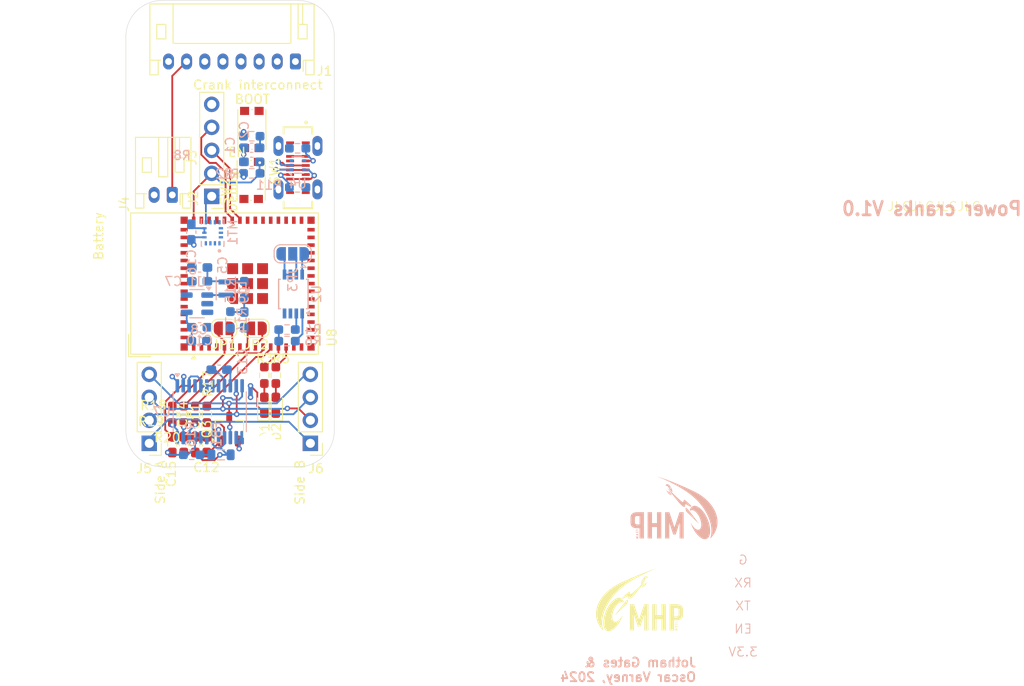
<source format=kicad_pcb>
(kicad_pcb (version 20240108) (generator "pcbnew") (generator_version "8.0")
  (title_block (title "Cycling power meter FYP") (date "2024-05-14") (rev "V1.0") (company "Monash Human Power - Jotham Gates & Oscar Varney") (comment 1 "Layer: ${LAYER}"))
  (layers (0 "F.Cu" signal) (1 "In1.Cu" signal) (2 "In2.Cu" signal) (31 "B.Cu" signal) (34 "B.Paste" user) (35 "F.Paste" user) (36 "B.SilkS" user "B.Silkscreen") (37 "F.SilkS" user "F.Silkscreen") (38 "B.Mask" user) (39 "F.Mask" user) (44 "Edge.Cuts" user))
  (net 0 "")
  (net 1 "/BOOT")
  (net 2 "Net-(U1-SW)")
  (net 4 "+3.3V")
  (net 5 "Net-(D1-A)")
  (net 6 "Net-(D2-A)")
  (net 7 "/UART.TX")
  (net 8 "/UART.RX")
  (net 9 "+3.3VA")
  (net 10 "GNDA")
  (net 11 "/AMP2.DOUT")
  (net 12 "/I2C.SCL")
  (net 13 "+BATT")
  (net 14 "/I2C.SDA")
  (net 15 "/AMP_PWDN")
  (net 16 "/AMP2.SCLK")
  (net 17 "/AMP1.DOUT")
  (net 18 "/AMP1.SCLK")
  (net 19 "/LED1")
  (net 20 "/LED2")
  (net 21 "/USB and power supply/Battery voltage")
  (net 23 "/EN")
  (net 25 "Net-(J3-CC2)")
  (net 27 "Net-(J3-CC1)")
  (net 29 "Net-(JP3-C)")
  (net 31 "/Accelerometer/SPI.SDI")
  (net 32 "+5V")
  (net 33 "/Accelerometer/SPI.SDO")
  (net 34 "/Accelerometer/SPI.SCLK")
  (net 38 "/Accelerometer/SPI.AC_CS")
  (net 39 "/Accelerometer/Interrupt")
  (net 40 "Net-(Q3-G)")
  (net 48 "Net-(FB1-Pad1)")
  (net 50 "/Power save")
  (net 58 "GNDD")
  (net 59 "Net-(U7-~{DRDY}{slash}DOUT)")
  (net 60 "Net-(U7-~{PWDN})")
  (net 61 "Net-(U7-SCLK)")
  (net 62 "/Strain gauge amplifier/GB")
  (net 63 "/Strain gauge amplifier/GA")
  (net 64 "/Strain gauge amplifier/GN")
  (net 66 "Net-(C13-Pad2)")
  (net 67 "Net-(C13-Pad1)")
  (net 71 "/USB and power supply/USB.D_P")
  (net 72 "/USB and power supply/USB.D_N")
  (footprint "Connector_PinHeader_2.54mm:PinHeader_1x04_P2.54mm_Vertical" (layer "F.Cu") (at 59.598 96.028 180)
    (property "Reference" "J5")
    (property "Value" "Side A")
  )
  (footprint "MountingHole:MountingHole_2.2mm_M2" (layer "F.Cu") (at 59.852 57.928)
    (property "Reference" "H2" (hide yes))
    (property "Value" "MountingHole" (hide yes))
  )
  (footprint "Capacitor_SMD:C_0603_1608Metric_Pad1.08x0.95mm_HandSolder" (layer "F.Cu") (at 64.678 96.1815 90)
    (property "Reference" "C11")
    (property "Value" "10u")
  )
  (footprint "Package_TO_SOT_SMD:TSOT-23" (layer "F.Cu") (at 68.422 94.464 90)
    (property "Reference" "Q3")
    (property "Value" "AS2302")
  )
  (footprint "Connector_JST:JST_PH_S8B-PH-K_1x08_P2.00mm_Horizontal" (layer "F.Cu") (at 75.726 53.864 180)
    (property "Reference" "J1")
    (property "Value" "Crank interconnect")
  )
  (footprint "Capacitor_SMD:C_0603_1608Metric_Pad1.08x0.95mm_HandSolder" (layer "F.Cu") (at 65.948 96.1815 90)
    (property "Reference" "C12")
    (property "Value" "0.1u")
  )
  (footprint "Resistor_SMD:R_0603_1608Metric_Pad0.98x0.95mm_HandSolder" (layer "F.Cu") (at 65.948 92.8295 -90)
    (property "Reference" "R17")
    (property "Value" "470")
  )
  (footprint "LED_SMD:LED_0603_1608Metric_Pad1.05x0.95mm_HandSolder" (layer "F.Cu") (at 73.568 91.823 90)
    (property "Reference" "D2")
    (property "Value" "LED")
  )
  (footprint "Connector_PinHeader_2.54mm:PinHeader_1x04_P2.54mm_Vertical" (layer "F.Cu") (at 77.378 96.028 180)
    (property "Reference" "J6")
    (property "Value" "Side B")
  )
  (footprint "Jumper:SolderJumper-2_P1.3mm_Open_RoundedPad1.0x1.5mm" (layer "F.Cu") (at 71.424 83.328 180)
    (property "Reference" "JP2")
    (property "Value" "SCLK connect")
  )
  (footprint "LOGO" (layer "F.Cu") (at 113.7 113.3)
    (property "Reference" "G***" (hide yes))
    (property "Value" "LOGO" (hide yes))
  )
  (footprint "USB4120:GCT_USB4120-03-C_REVA" (layer "F.Cu") (at 76.005 65.592 -90)
    (property "Reference" "J3")
    (property "Value" "USB4120-03-C_REVA" (hide yes))
    (fp_line (start 3.85 0.26) (end 3.65 0.26) (stroke (width 0.01)) (layer "Edge.Cuts"))
    (fp_line (start 3.65 -0.26) (end 3.85 -0.26) (stroke (width 0.01)) (layer "Edge.Cuts"))
    (fp_arc (start 3.65 0.26) (mid 3.466152 0.183848) (end 3.39 0) (stroke (width 0.01)) (layer "Edge.Cuts"))
    (fp_arc (start 3.39 0) (mid 3.466152 -0.183848) (end 3.65 -0.26) (stroke (width 0.01)) (layer "Edge.Cuts"))
    (fp_arc (start 4.11 0) (mid 4.033848 0.183848) (end 3.85 0.26) (stroke (width 0.01)) (layer "Edge.Cuts"))
    (fp_arc (start 3.85 -0.26) (mid 4.033848 -0.183848) (end 4.11 0) (stroke (width 0.01)) (layer "Edge.Cuts"))
  )
  (footprint "Button_Switch_SMD:SW_Push_1P1T_NO_CK_KMR2" (layer "F.Cu") (at 70.9195 61.37 90)
    (property "Reference" "SW2")
    (property "Value" "BOOT")
  )
  (footprint "LED_SMD:LED_0603_1608Metric_Pad1.05x0.95mm_HandSolder" (layer "F.Cu") (at 72.298 91.823 90)
    (property "Reference" "D1")
    (property "Value" "LED")
  )
  (footprint "Resistor_SMD:R_0603_1608Metric_Pad0.98x0.95mm_HandSolder" (layer "F.Cu") (at 64.678 92.8295 90)
    (property "Reference" "R20")
    (property "Value" "47")
  )
  (footprint "MountingHole:MountingHole_2.2mm_M2" (layer "F.Cu") (at 76.362 57.928)
    (property "Reference" "H1" (hide yes))
    (property "Value" "MountingHole" (hide yes))
  )
  (footprint "Resistor_SMD:R_0603_1608Metric_Pad0.98x0.95mm_HandSolder" (layer "F.Cu") (at 73.568 88.5115 -90)
    (property "Reference" "R5")
    (property "Value" "150")
  )
  (footprint "Button_Switch_SMD:SW_Push_1P1T_NO_CK_KMR2" (layer "F.Cu") (at 70.845 66.994 90)
    (property "Reference" "SW1")
    (property "Value" "EN")
  )
  (footprint "Connector_PinHeader_2.54mm:PinHeader_1x05_P2.54mm_Vertical" (layer "F.Cu") (at 66.489 68.754 180)
    (property "Reference" "J2")
    (property "Value" "Debug")
  )
  (footprint "Resistor_SMD:R_0603_1608Metric_Pad0.98x0.95mm_HandSolder" (layer "F.Cu") (at 72.298 88.5115 -90)
    (property "Reference" "R3")
    (property "Value" "150")
  )
  (footprint "Capacitor_SMD:C_0603_1608Metric_Pad1.08x0.95mm_HandSolder" (layer "F.Cu") (at 62.138 96.1815 90)
    (property "Reference" "C15")
    (property "Value" "0.1u")
  )
  (footprint "RF_Module:ESP32-S2-MINI-1" (layer "F.Cu") (at 67.902 78.39 90)
    (property "Reference" "U8")
    (property "Value" "ESP32-S3-MINI-1")
  )
  (footprint "Resistor_SMD:R_0603_1608Metric_Pad0.98x0.95mm_HandSolder" (layer "F.Cu") (at 62.138 92.8295 90)
    (property "Reference" "R18")
    (property "Value" "47")
  )
  (footprint "Resistor_SMD:R_0603_1608Metric_Pad0.98x0.95mm_HandSolder" (layer "F.Cu") (at 63.408 92.8295 90)
    (property "Reference" "R19")
    (property "Value" "47")
  )
  (footprint "Connector_JST:JST_PH_S2B-PH-K_1x02_P2.00mm_Horizontal" (layer "F.Cu") (at 62.138 68.596 180)
    (property "Reference" "J4")
    (property "Value" "Battery")
  )
  (footprint "Jumper:SolderJumper-2_P1.3mm_Open_RoundedPad1.0x1.5mm" (layer "F.Cu") (at 67.868 83.328 180)
    (property "Reference" "JP1")
    (property "Value" "DOUT connect")
  )
  (footprint "MountingHole:MountingHole_2.2mm_M2" (layer "F.Cu") (at 72.552 96.028)
    (property "Reference" "H3" (hide yes))
    (property "Value" "MountingHole" (hide yes))
  )
  (footprint "Capacitor_SMD:C_0603_1608Metric_Pad1.08x0.95mm_HandSolder" (layer "F.Cu") (at 63.408 96.1815 90)
    (property "Reference" "C14")
    (property "Value" "0.1u")
  )
  (footprint "NetTie:NetTie-2_SMD_Pad0.5mm" (layer "B.Cu") (at 70.774 90.448 90)
    (property "Reference" "NT2" (hide yes))
    (property "Value" "NetTie_2" (hide yes))
  )
  (footprint "Resistor_SMD:R_0603_1608Metric_Pad0.98x0.95mm_HandSolder" (layer "B.Cu") (at 75.9725 63.446 180)
    (property "Reference" "R8")
    (property "Value" "5.1k")
  )
  (footprint "Jumper:SolderJumper-3_P1.3mm_Open_RoundedPad1.0x1.5mm" (layer "B.Cu") (at 75.43025 75.10375 180)
    (property "Reference" "JP3")
    (property "Value" "Address select")
  )
  (footprint "Capacitor_SMD:C_0603_1608Metric_Pad1.08x0.95mm_HandSolder" (layer "B.Cu") (at 65.15275 83.21375)
    (property "Reference" "C10")
    (property "Value" "10u")
  )
  (footprint "Resistor_SMD:R_0603_1608Metric_Pad0.98x0.95mm_HandSolder" (layer "B.Cu") (at 70.9105 66.214)
    (property "Reference" "R1")
    (property "Value" "10k")
  )
  (footprint "Capacitor_SMD:C_0603_1608Metric_Pad1.08x0.95mm_HandSolder" (layer "B.Cu") (at 65.15275 78.13375 180)
    (property "Reference" "C7")
    (property "Value" "0.1u")
  )
  (footprint "Resistor_SMD:R_0603_1608Metric_Pad0.98x0.95mm_HandSolder" (layer "B.Cu") (at 74.80175 83.46775)
    (property "Reference" "R4")
    (property "Value" "4.7k")
  )
  (footprint "Inductor_SMD:L_Murata_DFE201610P" (layer "B.Cu") (at 68.04725 78.93275 -90)
    (property "Reference" "L1")
    (property "Value" "4.7uH")
  )
  (footprint "Resistor_SMD:R_0603_1608Metric_Pad0.98x0.95mm_HandSolder" (layer "B.Cu") (at 70.9105 62.114)
    (property "Reference" "R2")
    (property "Value" "10k")
  )
  (footprint "ICM-42670-P_AccelGyro:XDCR_ICM-42670-P" (layer "B.Cu") (at 66.5955 72.7765 90)
    (property "Reference" "MT1")
    (property "Value" "ICM-42670-P")
  )
  (footprint "Package_TO_SOT_SMD:SOT-553" (layer "B.Cu") (at 76 65.303)
    (property "Reference" "U4")
    (property "Value" "TPD3E001DRLR")
  )
  (footprint "Capacitor_SMD:C_0603_1608Metric_Pad1.08x0.95mm_HandSolder" (layer "B.Cu") (at 67.308001 87.9)
    (property "Reference" "C13")
    (property "Value" "0.1u")
  )
  (footprint "Capacitor_SMD:C_0603_1608Metric_Pad1.08x0.95mm_HandSolder" (layer "B.Cu") (at 65.09975 84.73775)
    (property "Reference" "C8")
    (property "Value" "10u")
  )
  (footprint "Package_SO:TSSOP-24_4.4x7.8mm_P0.65mm" (layer "B.Cu") (at 66.273 92.5405 -90)
    (property "Reference" "U7")
    (property "Value" "ADS1232IPW")
  )
  (footprint "Capacitor_SMD:C_0603_1608Metric_Pad1.08x0.95mm_HandSolder" (layer "B.Cu") (at 70.9075 64.944)
    (property "Reference" "C1")
    (property "Value" "1u")
  )
  (footprint "Resistor_SMD:R_0603_1608Metric_Pad0.98x0.95mm_HandSolder" (layer "B.Cu") (at 64.2735 97.298)
    (property "Reference" "R16")
    (property "Value" "47")
  )
  (footprint "Package_SO:TSSOP-8_3x3mm_P0.65mm" (layer "B.Cu") (at 75.50125 79.53975 90)
    (property "Reference" "U2")
    (property "Value" "P3T1755")
  )
  (footprint "Package_TO_SOT_SMD:SOT-23-5" (layer "B.Cu") (at 64.86675 80.60775 180)
    (property "Reference" "U1")
    (property "Value" "TPS613221ADBV")
  )
  (footprint "Inductor_SMD:L_0805_2012Metric" (layer "B.Cu") (at 67.5185 97.298)
    (property "Reference" "FB1")
    (property "Value" "MH2029-300Y")
  )
  (footprint "Capacitor_SMD:C_0603_1608Metric_Pad1.08x0.95mm_HandSolder" (layer "B.Cu") (at 70.07925 82.39225 -90)
    (property "Reference" "C9")
    (property "Value" "0.1u")
  )
  (footprint "Capacitor_SMD:C_0603_1608Metric_Pad1.08x0.95mm_HandSolder" (layer "B.Cu") (at 65.15275 76.60975 180)
    (property "Reference" "C5")
    (property "Value" "10u")
  )
  (footprint "Capacitor_SMD:C_0603_1608Metric_Pad1.08x0.95mm_HandSolder" (layer "B.Cu") (at 64.23725 72.69925 90)
    (property "Reference" "C16")
    (property "Value" "0.1u")
  )
  (footprint "Resistor_SMD:R_0603_1608Metric_Pad0.98x0.95mm_HandSolder" (layer "B.Cu") (at 68.55525 82.39525 -90)
    (property "Reference" "R15")
    (property "Value" "1M")
  )
  (footprint "Resistor_SMD:R_0603_1608Metric_Pad0.98x0.95mm_HandSolder" (layer "B.Cu") (at 75.9725 67.764)
    (property "Reference" "R11")
    (property "Value" "5.1k")
  )
  (footprint "Capacitor_SMD:C_0603_1608Metric_Pad1.08x0.95mm_HandSolder" (layer "B.Cu") (at 70.9075 63.384)
    (property "Reference" "C2")
    (property "Value" "1u")
  )
  (footprint "LOGO" (layer "B.Cu") (at 117.51 103.14 180)
    (property "Reference" "G***" (hide yes))
    (property "Value" "LOGO" (hide yes))
  )
  (footprint "Resistor_SMD:R_0603_1608Metric_Pad0.98x0.95mm_HandSolder" (layer "B.Cu") (at 74.80175 84.73775)
    (property "Reference" "R6")
    (property "Value" "4.7k")
  )
  (footprint "Resistor_SMD:R_0603_1608Metric_Pad0.98x0.95mm_HandSolder" (layer "B.Cu") (at 70.07925 79.04625 -90)
    (property "Reference" "R14")
    (property "Value" "1M")
  )
  (gr_line (start 57.02 94.62) (end 57.02 51.12) (stroke (width 0.05)) (layer "Edge.Cuts"))
  (gr_arc (start 76.02 47.12) (mid 78.848427 48.291573) (end 80.02 51.12) (stroke (width 0.05)) (layer "Edge.Cuts"))
  (gr_arc (start 61.02 98.62) (mid 58.191573 97.448427) (end 57.02 94.62) (stroke (width 0.05)) (layer "Edge.Cuts"))
  (gr_arc (start 80.02 94.62) (mid 78.848427 97.448427) (end 76.02 98.62) (stroke (width 0.05)) (layer "Edge.Cuts"))
  (gr_line (start 76.02 98.62) (end 61.02 98.62) (stroke (width 0.05)) (layer "Edge.Cuts"))
  (gr_line (start 80.02 94.62) (end 80.02 51.12) (stroke (width 0.05)) (layer "Edge.Cuts"))
  (gr_arc (start 57.02 51.12) (mid 58.191573 48.291573) (end 61.02 47.12) (stroke (width 0.05)) (layer "Edge.Cuts"))
  (gr_line (start 61.02 47.12) (end 76.02 47.12) (stroke (width 0.05)) (layer "Edge.Cuts"))
  (gr_text "3.3V" (at 125.13 119.65 0) (layer "B.SilkS") (effects (font (size 1 1) (thickness 0.1)) (justify bottom mirror)))
  (gr_text "G" (at 125.13 109.49 0) (layer "B.SilkS") (effects (font (size 1 1) (thickness 0.1)) (justify bottom mirror)))
  (gr_text "Power cranks ${REVISION}" (at 145.958 70.12 0) (layer "B.SilkS") (effects (font (size 1.5 1.4) (thickness 0.3) (bold yes)) (justify mirror)))
  (gr_text "Jotham Gates &\nOscar Varney, 2024" (at 120.05 119.65 0) (layer "B.SilkS") (effects (font (size 1 1) (thickness 0.2) (bold yes)) (justify left top mirror)))
  (gr_text "EN" (at 125.13 117.11 0) (layer "B.SilkS") (effects (font (size 1 1) (thickness 0.1)) (justify bottom mirror)))
  (gr_text "RX" (at 125.13 112.03 0) (layer "B.SilkS") (effects (font (size 1 1) (thickness 0.1)) (justify bottom mirror)))
  (gr_text "TX" (at 125.13 114.57 0) (layer "B.SilkS") (effects (font (size 1 1) (thickness 0.1)) (justify bottom mirror)))
  (gr_text "JLCJLCJLCJLC" (at 146.212 69.866 0) (layer "F.SilkS") (effects (font (size 1 1) (thickness 0.1))))
  (segment (start 71.823 62.114) (end 71.823 63.331) (width 0.2) (layer "B.Cu") (net 1))
  (segment (start 71.823 63.331) (end 71.77 63.384) (width 0.2) (layer "B.Cu") (net 1))
  (segment (start 66.00425 79.65775) (end 68.04725 79.65775) (width 0.2) (layer "B.Cu") (net 2))
  (segment (start 61.63 97.044) (end 62.138 97.044) (width 0.2) (layer "F.Cu") (net 4))
  (via (at 70.02 61.62) (size 0.6) (drill 0.3) (layers "F.Cu" "B.Cu") (net 4))
  (via (at 70.02 66.62) (size 0.6) (drill 0.3) (layers "F.Cu" "B.Cu") (net 4))
  (via (at 61.63 97.044) (size 0.6) (drill 0.3) (layers "F.Cu" "B.Cu") (net 4))
  (via (at 62.138 88.662) (size 0.6) (drill 0.3) (layers "F.Cu" "B.Cu") (net 4))
  (via (at 64.52 74.12) (size 0.6) (drill 0.3) (layers "F.Cu" "B.Cu") (net 4))
  (segment (start 64.29025 83.21375) (end 64.29025 84.68475) (width 0.2) (layer "B.Cu") (net 4))
  (segment (start 64.648 95.403) (end 65.948 95.403) (width 0.2) (layer "B.Cu") (net 4))
  (segment (start 62.698 89.678) (end 62.698 89.222) (width 0.2) (layer "B.Cu") (net 4))
  (segment (start 63.72925 81.55775) (end 63.72925 82.65275) (width 0.2) (layer "B.Cu") (net 4))
  (segment (start 73.88925 84.73775) (end 73.88925 83.46775) (width 0.2) (layer "B.Cu") (net 4))
  (segment (start 62.698 89.222) (end 62.138 88.662) (width 0.2) (layer "B.Cu") (net 4))
  (segment (start 76.47625 77.38975) (end 76.47625 75.35775) (width 0.2) (layer "B.Cu") (net 4))
  (segment (start 65.8455 71.614) (end 65.8455 69.3975) (width 0.2) (layer "B.Cu") (net 4))
  (segment (start 65.8455 69.3975) (end 66.489 68.754) (width 0.2) (layer "B.Cu") (net 4))
  (segment (start 63.361 97.298) (end 63.8485 97.298) (width 0.2) (layer "B.Cu") (net 4))
  (segment (start 76.47625 75.35775) (end 76.73025 75.10375) (width 0.2) (layer "B.Cu") (net 4))
  (segment (start 65.683 73.2765) (end 64.5225 73.2765) (width 0.2) (layer "B.Cu") (net 4))
  (segment (start 64.5225 73.2765) (end 64.23725 73.56175) (width 0.2) (layer "B.Cu") (net 4))
  (segment (start 63.361 97.298) (end 61.884 97.298) (width 0.2) (layer "B.Cu") (net 4))
  (segment (start 64.648 96.4985) (end 64.648 95.403) (width 0.2) (layer "B.Cu") (net 4))
  (segment (start 64.29025 84.68475) (end 64.23725 84.73775) (width 0.2) (layer "B.Cu") (net 4))
  (segment (start 64.23725 73.56175) (end 64.23725 73.83725) (width 0.2) (layer "B.Cu") (net 4))
  (segment (start 63.72925 82.65275) (end 64.29025 83.21375) (width 0.2) (layer "B.Cu") (net 4))
  (segment (start 63.8485 97.298) (end 64.648 96.4985) (width 0.2) (layer "B.Cu") (net 4))
  (segment (start 64.23725 73.83725) (end 64.52 74.12) (width 0.2) (layer "B.Cu") (net 4))
  (segment (start 61.884 97.298) (end 61.63 97.044) (width 0.2) (layer "B.Cu") (net 4))
  (segment (start 72.298 89.424) (end 72.298 90.948) (width 0.2) (layer "F.Cu") (net 5))
  (segment (start 73.568 90.948) (end 73.568 89.424) (width 0.2) (layer "F.Cu") (net 6))
  (segment (start 68.52 65.705) (end 68.52 70.12) (width 0.2) (layer "F.Cu") (net 7))
  (segment (start 68.52 70.12) (end 69.602 71.202) (width 0.2) (layer "F.Cu") (net 7))
  (segment (start 69.602 71.202) (end 69.602 71.39) (width 0.2) (layer "F.Cu") (net 7))
  (segment (start 66.489 63.674) (end 68.52 65.705) (width 0.2) (layer "F.Cu") (net 7))
  (segment (start 66.252654 65.064) (end 65.339 64.150346) (width 0.2) (layer "F.Cu") (net 8))
  (segment (start 65.339 64.150346) (end 65.339 62.284) (width 0.2) (layer "F.Cu") (net 8))
  (segment (start 68.752 71.39) (end 68.752 71.19) (width 0.2) (layer "F.Cu") (net 8))
  (segment (start 68.02 70.458) (end 68.02 66.118654) (width 0.2) (layer "F.Cu") (net 8))
  (segment (start 68.02 66.118654) (end 66.965346 65.064) (width 0.2) (layer "F.Cu") (net 8))
  (segment (start 66.965346 65.064) (end 66.252654 65.064) (width 0.2) (layer "F.Cu") (net 8))
  (segment (start 65.339 62.284) (end 66.489 61.134) (width 0.2) (layer "F.Cu") (net 8))
  (segment (start 68.752 71.19) (end 68.02 70.458) (width 0.2) (layer "F.Cu") (net 8))
  (segment (start 63.408 97.044) (end 64.678 97.044) (width 0.2) (layer "F.Cu") (net 9))
  (segment (start 66.81 97.8815) (end 67.3935 97.298) (width 0.2) (layer "F.Cu") (net 9))
  (segment (start 65.481278 97.8815) (end 66.81 97.8815) (width 0.2) (layer "F.Cu") (net 9))
  (segment (start 64.678 97.044) (end 64.678 97.078222) (width 0.2) (layer "F.Cu") (net 9))
  (segment (start 64.678 97.078222) (end 65.481278 97.8815) (width 0.2) (layer "F.Cu") (net 9))
  (via (at 67.3935 97.298) (size 0.6) (drill 0.3) (layers "F.Cu" "B.Cu") (net 9))
  (segment (start 61.722 93.396) (end 59.598 95.52) (width 0.2) (layer "B.Cu") (net 9))
  (segment (start 75 93.65) (end 66.456 93.65) (width 0.2) (layer "B.Cu") (net 9))
  (segment (start 66.598 95.403) (end 66.598 93.792) (width 0.2) (layer "B.Cu") (net 9))
  (segment (start 66.598 96.140499) (end 66.993501 96.536) (width 0.2) (layer "B.Cu") (net 9))
  (segment (start 66.993501 96.536) (end 67.472 96.536) (width 0.2) (layer "B.Cu") (net 9))
  (segment (start 66.456 93.65) (end 65.277999 93.65) (width 0.2) (layer "B.Cu") (net 9))
  (segment (start 77.378 96.028) (end 75 93.65) (width 0.2) (layer "B.Cu") (net 9))
  (segment (start 59.598 95.52) (end 59.598 96.028) (width 0.2) (layer "B.Cu") (net 9))
  (segment (start 66.598 95.403) (end 66.598 96.140499) (width 0.2) (layer "B.Cu") (net 9))
  (segment (start 67.898 96.11) (end 67.898 95.403) (width 0.2) (layer "B.Cu") (net 9))
  (segment (start 77.124 96.028) (end 77.378 96.028) (width 0.2) (layer "B.Cu") (net 9))
  (segment (start 68.581 97.298) (end 68.234 97.298) (width 0.2) (layer "B.Cu") (net 9))
  (segment (start 68.234 97.298) (end 67.472 96.536) (width 0.2) (layer "B.Cu") (net 9))
  (segment (start 68.581 97.298) (end 67.3935 97.298) (width 0.2) (layer "B.Cu") (net 9))
  (segment (start 65.277999 93.65) (end 65.023999 93.396) (width 0.2) (layer "B.Cu") (net 9))
  (segment (start 67.472 96.536) (end 67.898 96.11) (width 0.2) (layer "B.Cu") (net 9))
  (segment (start 66.598 93.792) (end 66.456 93.65) (width 0.2) (layer "B.Cu") (net 9))
  (segment (start 65.023999 93.396) (end 61.722 93.396) (width 0.2) (layer "B.Cu") (net 9))
  (segment (start 65.948 95.319) (end 64.678 95.319) (width 0.2) (layer "F.Cu") (net 10))
  (segment (start 66.746053 94.520947) (end 65.948 95.319) (width 0.2) (layer "F.Cu") (net 10))
  (segment (start 69.372 96.472) (end 69.52 96.62) (width 0.2) (layer "F.Cu") (net 10))
  (segment (start 69.372 95.774) (end 69.372 96.472) (width 0.2) (layer "F.Cu") (net 10))
  (segment (start 67.247999 94.520947) (end 66.746053 94.520947) (width 0.2) (layer "F.Cu") (net 10))
  (segment (start 64.678 95.319) (end 63.408 95.319) (width 0.2) (layer "F.Cu") (net 10))
  (via (at 70.774 90.948) (size 0.6) (drill 0.3) (layers "F.Cu" "B.Cu") (net 10))
  (via (at 69.52 96.62) (size 0.6) (drill 0.3) (layers "F.Cu" "B.Cu") (net 10))
  (via (at 67.247999 94.520947) (size 0.6) (drill 0.3) (layers "F.Cu" "B.Cu") (net 10))
  (segment (start 69.52 95.731) (end 69.848 95.403) (width 0.2) (layer "B.Cu") (net 10))
  (segment (start 69.52 96.62) (end 69.52 95.731) (width 0.2) (layer "B.Cu") (net 10))
  (segment (start 67.247999 94.520947) (end 67.248 94.520948) (width 0.2) (layer "B.Cu") (net 10))
  (segment (start 69.198 95.403) (end 69.848 95.403) (width 0.2) (layer "B.Cu") (net 10))
  (segment (start 67.248 94.520948) (end 67.248 95.403) (width 0.2) (layer "B.Cu") (net 10))
  (segment (start 68.752 85.39) (end 68.752 83.562) (width 0.2) (layer "F.Cu") (net 11))
  (segment (start 68.752 83.562) (end 68.518 83.328) (width 0.2) (layer "F.Cu") (net 11))
  (segment (start 76.47625 81.68975) (end 76.50175 81.71525) (width 0.2) (layer "B.Cu") (net 12))
  (segment (start 76.50175 83.95025) (end 75.71425 84.73775) (width 0.2) (layer "B.Cu") (net 12))
  (segment (start 76.50175 81.71525) (end 76.50175 83.95025) (width 0.2) (layer "B.Cu") (net 12))
  (segment (start 62.138 55.452) (end 63.726 53.864) (width 0.2) (layer "F.Cu") (net 13))
  (segment (start 62.138 68.596) (end 62.138 55.452) (width 0.2) (layer "F.Cu") (net 13))
  (segment (start 68.34825 78.13375) (end 70.07925 78.13375) (width 0.2) (layer "B.Cu") (net 13))
  (segment (start 66.01525 78.13375) (end 67.97325 78.13375) (width 0.2) (layer "B.Cu") (net 13))
  (segment (start 68.27425 78.20775) (end 68.34825 78.13375) (width 0.2) (layer "B.Cu") (net 13))
  (segment (start 68.04725 78.20775) (end 68.27425 78.20775) (width 0.2) (layer "B.Cu") (net 13))
  (segment (start 67.97325 78.13375) (end 68.04725 78.20775) (width 0.2) (layer "B.Cu") (net 13))
  (segment (start 66.01525 76.60975) (end 66.01525 78.13375) (width 0.2) (layer "B.Cu") (net 13))
  (segment (start 75.82625 81.68975) (end 75.82625 83.35575) (width 0.2) (layer "B.Cu") (net 14))
  (segment (start 75.82625 83.35575) (end 75.71425 83.46775) (width 0.2) (layer "B.Cu") (net 14))
  (segment (start 70.517686 86.09) (end 71.802 86.09) (width 0.2) (layer "F.Cu") (net 15))
  (segment (start 72.152 85.74) (end 72.152 85.39) (width 0.2) (layer "F.Cu") (net 15))
  (segment (start 71.802 86.09) (end 72.152 85.74) (width 0.2) (layer "F.Cu") (net 15))
  (segment (start 64.678 91.917) (end 64.690686 91.917) (width 0.2) (layer "F.Cu") (net 15))
  (segment (start 64.690686 91.917) (end 70.517686 86.09) (width 0.2) (layer "F.Cu") (net 15))
  (segment (start 72.074 84.418) (end 72.074 83.328) (width 0.2) (layer "F.Cu") (net 16))
  (segment (start 71.302 85.19) (end 72.074 84.418) (width 0.2) (layer "F.Cu") (net 16))
  (segment (start 71.302 85.39) (end 71.302 85.19) (width 0.2) (layer "F.Cu") (net 16))
  (segment (start 67.218 84.083) (end 67.218 83.328) (width 0.2) (layer "F.Cu") (net 17))
  (segment (start 67.902 84.767) (end 67.218 84.083) (width 0.2) (layer "F.Cu") (net 17))
  (segment (start 62.138 91.917) (end 67.902 86.153) (width 0.2) (layer "F.Cu") (net 17))
  (segment (start 67.902 86.153) (end 67.902 85.39) (width 0.2) (layer "F.Cu") (net 17))
  (segment (start 67.902 85.39) (end 67.902 84.767) (width 0.2) (layer "F.Cu") (net 17))
  (segment (start 63.408 91.917) (end 69.235 86.09) (width 0.2) (layer "F.Cu") (net 18))
  (segment (start 69.235 86.09) (end 69.952 86.09) (width 0.2) (layer "F.Cu") (net 18))
  (segment (start 70.452 85.59) (end 70.452 85.39) (width 0.2) (layer "F.Cu") (net 18))
  (segment (start 70.452 85.39) (end 70.452 83.65) (width 0.2) (layer "F.Cu") (net 18))
  (segment (start 70.452 83.65) (end 70.774 83.328) (width 0.2) (layer "F.Cu") (net 18))
  (segment (start 69.952 86.09) (end 70.452 85.59) (width 0.2) (layer "F.Cu") (net 18))
  (segment (start 73.852 85.39) (end 73.852 86.045) (width 0.2) (layer "F.Cu") (net 19))
  (segment (start 73.852 86.045) (end 72.298 87.599) (width 0.2) (layer "F.Cu") (net 19))
  (segment (start 74.702 86.465) (end 73.568 87.599) (width 0.2) (layer "F.Cu") (net 20))
  (segment (start 74.702 85.39) (end 74.702 86.465) (width 0.2) (layer "F.Cu") (net 20))
  (segment (start 70.07925 81.52975) (end 68.60225 81.52975) (width 0.2) (layer "B.Cu") (net 21))
  (segment (start 68.60225 81.52975) (end 68.55525 81.48275) (width 0.2) (layer "B.Cu") (net 21))
  (segment (start 70.07925 79.95875) (end 70.07925 81.52975) (width 0.2) (layer "B.Cu") (net 21))
  (segment (start 64.502 68.201) (end 66.489 66.214) (width 0.2) (layer "F.Cu") (net 23))
  (segment (start 64.502 71.39) (end 64.502 68.201) (width 0.2) (layer "F.Cu") (net 23))
  (via (at 71.79 65.04) (size 0.6) (drill 0.3) (layers "F.Cu" "B.Cu") (net 23))
  (segment (start 71.77 66.161) (end 71.823 66.214) (width 0.2) (layer "B.Cu") (net 23))
  (segment (start 71.77 64.944) (end 71.77 65.02) (width 0.2) (layer "B.Cu") (net 23))
  (segment (start 67.495 67.22) (end 70.817 67.22) (width 0.2) (layer "B.Cu") (net 23))
  (segment (start 70.817 67.22) (end 71.823 66.214) (width 0.2) (layer "B.Cu") (net 23))
  (segment (start 66.489 66.214) (end 67.495 67.22) (width 0.2) (layer "B.Cu") (net 23))
  (segment (start 71.77 65.02) (end 71.79 65.04) (width 0.2) (layer "B.Cu") (net 23))
  (segment (start 71.77 65.06) (end 71.77 66.161) (width 0.2) (layer "B.Cu") (net 23))
  (segment (start 71.79 65.04) (end 71.77 65.06) (width 0.2) (layer "B.Cu") (net 23))
  (segment (start 74.193059 66.342) (end 75.14 66.342) (width 0.2) (layer "F.Cu") (net 25))
  (segment (start 74.111299 66.42376) (end 74.193059 66.342) (width 0.2) (layer "F.Cu") (net 25))
  (via (at 74.111299 66.42376) (size 0.6) (drill 0.3) (layers "F.Cu" "B.Cu") (net 25))
  (segment (start 75.06 67.372461) (end 75.06 67.764) (width 0.2) (layer "B.Cu") (net 25))
  (segment (start 74.111299 66.42376) (end 75.06 67.372461) (width 0.2) (layer "B.Cu") (net 25))
  (segment (start 77.676818 64.826295) (end 76.885705 64.826295) (width 0.2) (layer "F.Cu") (net 27))
  (segment (start 76.885705 64.826295) (end 76.87 64.842) (width 0.2) (layer "F.Cu") (net 27))
  (via (at 77.676818 64.826295) (size 0.6) (drill 0.3) (layers "F.Cu" "B.Cu") (net 27))
  (segment (start 76.885 64.034477) (end 77.676818 64.826295) (width 0.2) (layer "B.Cu") (net 27))
  (segment (start 76.885 63.446) (end 76.885 64.034477) (width 0.2) (layer "B.Cu") (net 27))
  (segment (start 75.43025 75.10375) (end 75.82625 75.49975) (width 0.2) (layer "B.Cu") (net 29))
  (segment (start 75.82625 75.49975) (end 75.82625 77.38975) (width 0.2) (layer "B.Cu") (net 29))
  (segment (start 77.805001 66.452049) (end 77.41505 66.842) (width 0.2) (layer "F.Cu") (net 32))
  (segment (start 76.87 66.842) (end 75.14 66.842) (width 0.2) (layer "F.Cu") (net 32))
  (segment (start 77.41505 66.842) (end 76.87 66.842) (width 0.2) (layer "F.Cu") (net 32))
  (segment (start 75.14 64.342) (end 76.87 64.342) (width 0.2) (layer "F.Cu") (net 32))
  (via (at 77.805001 66.452049) (size 0.6) (drill 0.3) (layers "F.Cu" "B.Cu") (net 32))
  (segment (start 77.155952 65.803) (end 77.805001 66.452049) (width 0.2) (layer "B.Cu") (net 32))
  (segment (start 76.7 65.803) (end 77.155952 65.803) (width 0.2) (layer "B.Cu") (net 32))
  (segment (start 67.847999 94.272418) (end 67.847999 95.398001) (width 0.2) (layer "F.Cu") (net 40))
  (segment (start 67.317581 93.742) (end 67.847999 94.272418) (width 0.2) (layer "F.Cu") (net 40))
  (segment (start 67.847999 95.398001) (end 67.472 95.774) (width 0.2) (layer "F.Cu") (net 40))
  (segment (start 67.472 95.774) (end 67.472 95.266) (width 0.2) (layer "F.Cu") (net 40))
  (segment (start 65.948 93.742) (end 67.317581 93.742) (width 0.2) (layer "F.Cu") (net 40))
  (segment (start 65.948 97.298) (end 67.472 95.774) (width 0.2) (layer "F.Cu") (net 40))
  (segment (start 66.456 97.298) (end 65.186 97.298) (width 0.2) (layer "B.Cu") (net 48))
  (segment (start 71.375 86.49) (end 72.102 86.49) (width 0.2) (layer "F.Cu") (net 50))
  (segment (start 65.948 91.917) (end 71.375 86.49) (width 0.2) (layer "F.Cu") (net 50))
  (segment (start 72.102 86.49) (end 73.002 85.59) (width 0.2) (layer "F.Cu") (net 50))
  (segment (start 73.002 85.59) (end 73.002 85.39) (width 0.2) (layer "F.Cu") (net 50))
  (segment (start 73.568 92.698) (end 73.342 92.698) (width 0.2) (layer "F.Cu") (net 58))
  (segment (start 61.363 91.437778) (end 61.363 94.544) (width 0.2) (layer "F.Cu") (net 58))
  (segment (start 73.342 92.698) (end 73.314 92.726) (width 0.2) (layer "F.Cu") (net 58))
  (segment (start 70.1195 64.0205) (end 70.02 64.12) (width 0.2) (layer "F.Cu") (net 58))
  (segment (start 70.1195 63.42) (end 70.1195 64.0205) (width 0.2) (layer "F.Cu") (net 58))
  (segment (start 61.363 94.544) (end 62.138 95.319) (width 0.2) (layer "F.Cu") (net 58))
  (segment (start 63.408 89.392778) (end 61.363 91.437778) (width 0.2) (layer "F.Cu") (net 58))
  (segment (start 71.523 91.923) (end 71.523 90.427) (width 0.2) (layer "F.Cu") (net 58))
  (segment (start 63.408 88.662) (end 63.408 89.392778) (width 0.2) (layer "F.Cu") (net 58))
  (segment (start 71.523 90.427) (end 70.774 89.678) (width 0.2) (layer "F.Cu") (net 58))
  (segment (start 73.568 92.698) (end 72.298 92.698) (width 0.2) (layer "F.Cu") (net 58))
  (segment (start 70.02 64.12) (end 70.02 64.919) (width 0.2) (layer "F.Cu") (net 58))
  (segment (start 72.298 92.698) (end 71.523 91.923) (width 0.2) (layer "F.Cu") (net 58))
  (segment (start 70.02 64.919) (end 70.045 64.944) (width 0.2) (layer "F.Cu") (net 58))
  (via (at 70.02 64.12) (size 0.6) (drill 0.3) (layers "F.Cu" "B.Cu") (net 58))
  (via (at 63.408 88.662) (size 0.6) (drill 0.3) (layers "F.Cu" "B.Cu") (net 58))
  (via (at 70.774 89.678) (size 0.6) (drill 0.3) (layers "F.Cu" "B.Cu") (net 58))
  (segment (start 67.248 89.678) (end 65.298 89.678) (width 0.2) (layer "B.Cu") (net 58))
  (segment (start 75.17625 77.38975) (end 74.52625 77.38975) (width 0.2) (layer "B.Cu") (net 58))
  (segment (start 70.02 64.919) (end 70.045 64.944) (width 0.2) (layer "B.Cu") (net 58))
  (segment (start 64.916456 88.6405) (end 64.1915 88.6405) (width 0.2) (layer "B.Cu") (net 58))
  (segment (start 70.045 64.095) (end 70.02 64.12) (width 0.2) (layer "B.Cu") (net 58))
  (segment (start 63.998 88.834) (end 63.998 89.678) (width 0.2) (layer "B.Cu") (net 58))
  (segment (start 64.677 72.2765) (end 64.23725 71.83675) (width 0.2) (layer "B.Cu") (net 58))
  (segment (start 74.52625 77.38975) (end 74.52625 75.49975) (width 0.2) (layer "B.Cu") (net 58))
  (segment (start 63.408 88.662) (end 63.348 88.722) (width 0.2) (layer "B.Cu") (net 58))
  (segment (start 70.774 89.948) (end 70.774 89.678) (width 0.2) (layer "B.Cu") (net 58))
  (segment (start 74.52625 75.49975) (end 74.13025 75.10375) (width 0.2) (layer "B.Cu") (net 58))
  (segment (start 70.045 63.384) (end 70.045 64.095) (width 0.2) (layer "B.Cu") (net 58))
  (segment (start 65.298 89.022044) (end 64.916456 88.6405) (width 0.2) (layer "B.Cu") (net 58))
  (segment (start 65.683 72.2765) (end 64.677 72.2765) (width 0.2) (layer "B.Cu") (net 58))
  (segment (start 70.02 64.12) (end 70.02 64.919) (width 0.2) (layer "B.Cu") (net 58))
  (segment (start 64.1915 88.6405) (end 63.998 88.834) (width 0.2) (layer "B.Cu") (net 58))
  (segment (start 65.298 89.678) (end 65.298 89.022044) (width 0.2) (layer "B.Cu") (net 58))
  (segment (start 63.998 89.678) (end 63.348 89.678) (width 0.2) (layer "B.Cu") (net 58))
  (segment (start 63.348 88.722) (end 63.348 89.678) (width 0.2) (layer "B.Cu") (net 58))
  (segment (start 65.683 72.2765) (end 65.683 72.7765) (width 0.2) (layer "B.Cu") (net 58))
  (segment (start 62.138 93.996) (end 62.138 93.742) (width 0.2) (layer "F.Cu") (net 59))
  (via (at 62.138 93.996) (size 0.6) (drill 0.3) (layers "F.Cu" "B.Cu") (net 59))
  (segment (start 62.698 94.556) (end 62.138 93.996) (width 0.2) (layer "B.Cu") (net 59))
  (segment (start 62.698 95.403) (end 62.698 94.556) (width 0.2) (layer "B.Cu") (net 59))
  (segment (start 64.678 93.996) (end 64.678 93.742) (width 0.2) (layer "F.Cu") (net 60))
  (via (at 64.678 93.996) (size 0.6) (drill 0.3) (layers "F.Cu" "B.Cu") (net 60))
  (segment (start 63.998 94.676) (end 64.678 93.996) (width 0.2) (layer "B.Cu") (net 60))
  (segment (start 63.998 95.403) (end 63.998 94.676) (width 0.2) (layer "B.Cu") (net 60))
  (segment (start 63.408 94.25) (end 63.408 93.742) (width 0.2) (layer "F.Cu") (net 61))
  (via (at 63.408 94.25) (size 0.6) (drill 0.3) (layers "F.Cu" "B.Cu") (net 61))
  (segment (start 63.348 94.31) (end 63.408 94.25) (width 0.2) (layer "B.Cu") (net 61))
  (segment (start 63.348 95.403) (end 63.348 94.31) (width 0.2) (layer "B.Cu") (net 61))
  (segment (start 76.064735 92.174735) (end 77.378 93.488) (width 0.2) (layer "F.Cu") (net 62))
  (segment (start 67.726 91.027651) (end 67.726 92.218) (width 0.2) (layer "F.Cu") (net 62))
  (segment (start 77.378 93.488) (end 77.124 93.488) (width 0.2) (layer "F.Cu") (net 62))
  (segment (start 67.716349 91.018) (end 67.726 91.027651) (width 0.2) (layer "F.Cu") (net 62))
  (segment (start 74.838 92.174735) (end 76.064735 92.174735) (width 0.2) (layer "F.Cu") (net 62))
  (via (at 67.716349 91.018) (size 0.6) (drill 0.3) (layers "F.Cu" "B.Cu") (net 62))
  (via (at 67.726 92.218) (size 0.6) (drill 0.3) (layers "F.Cu" "B.Cu") (net 62))
  (via (at 74.838 92.174735) (size 0.6) (drill 0.3) (layers "F.Cu" "B.Cu") (net 62))
  (segment (start 74.838 92.174735) (end 74.794735 92.218) (width 0.2) (layer "B.Cu") (net 62))
  (segment (start 68.82853 91.202) (end 69.504 91.202) (width 0.2) (layer "B.Cu") (net 62))
  (segment (start 69.848 90.858) (end 69.848 89.678) (width 0.2) (layer "B.Cu") (net 62))
  (segment (start 68.64453 91.018) (end 68.82853 91.202) (width 0.2) (layer "B.Cu") (net 62))
  (segment (start 69.504 91.202) (end 69.848 90.858) (width 0.2) (layer "B.Cu") (net 62))
  (segment (start 69.848 90.022) (end 69.848 89.678) (width 0.2) (layer "B.Cu") (net 62))
  (segment (start 74.794735 92.218) (end 67.726 92.218) (width 0.2) (layer "B.Cu") (net 62))
  (segment (start 67.726 92.218) (end 60.868 92.218) (width 0.2) (layer "B.Cu") (net 62))
  (segment (start 67.716349 91.018) (end 68.64453 91.018) (width 0.2) (layer "B.Cu") (net 62))
  (segment (start 60.868 92.218) (end 59.598 90.948) (width 0.2) (layer "B.Cu") (net 62))
  (segment (start 69.246999 90.609051) (end 69.198001 90.560053) (width 0.2) (layer "F.Cu") (net 63))
  (segment (start 69.246999 92.818) (end 69.246999 90.609051) (width 0.2) (layer "F.Cu") (net 63))
  (via (at 69.246999 92.818) (size 0.6) (drill 0.3) (layers "F.Cu" "B.Cu") (net 63))
  (via (at 69.198001 90.560053) (size 0.6) (drill 0.3) (layers "F.Cu" "B.Cu") (net 63))
  (segment (start 60.268 92.818) (end 75.508 92.818) (width 0.2) (layer "B.Cu") (net 63))
  (segment (start 69.198001 90.560053) (end 69.198001 89.678001) (width 0.2) (layer "B.Cu") (net 63))
  (segment (start 59.598 93.488) (end 60.268 92.818) (width 0.2) (layer "B.Cu") (net 63))
  (segment (start 69.198001 89.678001) (end 69.198 89.678) (width 0.2) (layer "B.Cu") (net 63))
  (segment (start 75.508 92.818) (end 77.378 90.948) (width 0.2) (layer "B.Cu") (net 63))
  (segment (start 68.488 94.25) (end 68.488 93.22) (width 0.2) (layer "F.Cu") (net 64))
  (segment (start 68.488 93.22) (end 68.422 93.154) (width 0.2) (layer "F.Cu") (net 64))
  (segment (start 68.422 91.643999) (end 68.422 93.154) (width 0.2) (layer "F.Cu") (net 64))
  (segment (start 68.396001 91.618) (end 68.422 91.643999) (width 0.2) (layer "F.Cu") (net 64))
  (via (at 68.396001 91.618) (size 0.6) (drill 0.3) (layers "F.Cu" "B.Cu") (net 64))
  (via (at 68.488 94.25) (size 0.6) (drill 0.3) (layers "F.Cu" "B.Cu") (net 64))
  (segment (start 76.87 88.408) (end 77.124 88.408) (width 0.2) (layer "B.Cu") (net 64))
  (segment (start 68.548 95.403) (end 68.548 94.31) (width 0.2) (layer "B.Cu") (net 64))
  (segment (start 68.396001 91.618) (end 73.66 91.618) (width 0.2) (layer "B.Cu") (net 64))
  (segment (start 68.548 94.31) (end 68.488 94.25) (width 0.2) (layer "B.Cu") (net 64))
  (segment (start 62.808 91.618) (end 59.598 88.408) (width 0.2) (layer "B.Cu") (net 64))
  (segment (start 73.66 91.618) (end 76.87 88.408) (width 0.2) (layer "B.Cu") (net 64))
  (segment (start 68.396001 91.618) (end 62.808 91.618) (width 0.2) (layer "B.Cu") (net 64))
  (segment (start 68.548 88.277499) (end 68.170501 87.9) (width 0.2) (layer "B.Cu") (net 66))
  (segment (start 68.548 89.678) (end 68.548 88.277499) (width 0.2) (layer "B.Cu") (net 66))
  (segment (start 66.857499 87.9) (end 66.445501 87.9) (width 0.2) (layer "B.Cu") (net 67))
  (segment (start 67.898 88.940501) (end 66.857499 87.9) (width 0.2) (layer "B.Cu") (net 67))
  (segment (start 67.898 89.678) (end 67.898 88.940501) (width 0.2) (layer "B.Cu") (net 67))
  (segment (start 76.87 65.342) (end 75.14 65.342) (width 0.2) (layer "F.Cu") (net 71))
  (segment (start 73.829693 64.945852) (end 73.923841 65.04) (width 0.2) (layer "F.Cu") (net 71))
  (segment (start 74.295303 65.04) (end 74.597303 65.342) (width 0.2) (layer "F.Cu") (net 71))
  (segment (start 73.923841 65.04) (end 74.295303 65.04) (width 0.2) (layer "F.Cu") (net 71))
  (segment (start 74.597303 65.342) (end 75.14 65.342) (width 0.2) (layer "F.Cu") (net 71))
  (via (at 73.829693 64.945852) (size 0.6) (drill 0.3) (layers "F.Cu" "B.Cu") (net 71))
  (segment (start 75.3 65.303) (end 74.186841 65.303) (width 0.2) (layer "B.Cu") (net 71))
  (segment (start 74.186841 65.303) (end 73.829693 64.945852) (width 0.2) (layer "B.Cu") (net 71))
  (segment (start 73.568 65.802) (end 75.1 65.802) (width 0.2) (layer "F.Cu") (net 72))
  (segment (start 76.87 65.842) (end 75.14 65.842) (width 0.2) (layer "F.Cu") (net 72))
  (segment (start 75.1 65.802) (end 75.14 65.842) (width 0.2) (layer "F.Cu") (net 72))
  (via (at 73.568 65.802) (size 0.6) (drill 0.3) (layers "F.Cu" "B.Cu") (net 72))
  (segment (start 75.3 65.803) (end 73.569 65.803) (width 0.2) (layer "B.Cu") (net 72))
  (segment (start 73.569 65.803) (end 73.568 65.802) (width 0.2) (layer "B.Cu") (net 72))
)
</source>
